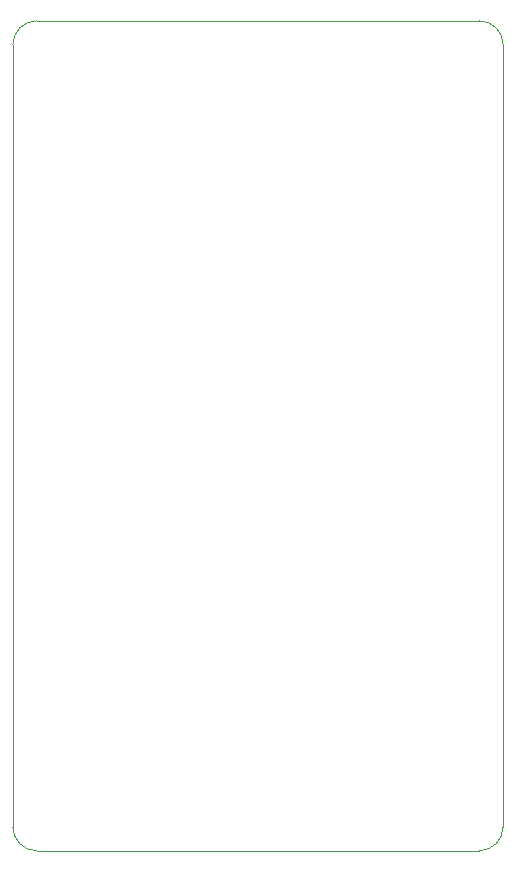
<source format=gbr>
%TF.GenerationSoftware,KiCad,Pcbnew,8.0.1-1.fc39*%
%TF.CreationDate,2024-05-03T11:27:30+02:00*%
%TF.ProjectId,esp32-board,65737033-322d-4626-9f61-72642e6b6963,rev?*%
%TF.SameCoordinates,Original*%
%TF.FileFunction,Profile,NP*%
%FSLAX46Y46*%
G04 Gerber Fmt 4.6, Leading zero omitted, Abs format (unit mm)*
G04 Created by KiCad (PCBNEW 8.0.1-1.fc39) date 2024-05-03 11:27:30*
%MOMM*%
%LPD*%
G01*
G04 APERTURE LIST*
%TA.AperFunction,Profile*%
%ADD10C,0.100000*%
%TD*%
G04 APERTURE END LIST*
D10*
X123250000Y-18500000D02*
X160750000Y-18500000D01*
X121250000Y-86750000D02*
X121250000Y-20500000D01*
X160750000Y-88750000D02*
X123250000Y-88750000D01*
X123250000Y-88750000D02*
G75*
G02*
X121250000Y-86750000I0J2000000D01*
G01*
X162750000Y-86750000D02*
G75*
G02*
X160750000Y-88750000I-2000000J0D01*
G01*
X160750000Y-18500000D02*
G75*
G02*
X162750000Y-20500000I0J-2000000D01*
G01*
X162750000Y-20500000D02*
X162750000Y-86750000D01*
X121250000Y-20500000D02*
G75*
G02*
X123250000Y-18500000I2000000J0D01*
G01*
M02*

</source>
